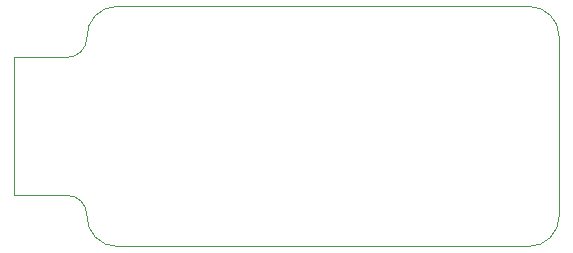
<source format=gm1>
G04 #@! TF.GenerationSoftware,KiCad,Pcbnew,7.0.6*
G04 #@! TF.CreationDate,2024-02-06T23:19:41+01:00*
G04 #@! TF.ProjectId,USB2CANv2,55534232-4341-44e7-9632-2e6b69636164,0_2*
G04 #@! TF.SameCoordinates,Original*
G04 #@! TF.FileFunction,Profile,NP*
%FSLAX46Y46*%
G04 Gerber Fmt 4.6, Leading zero omitted, Abs format (unit mm)*
G04 Created by KiCad (PCBNEW 7.0.6) date 2024-02-06 23:19:41*
%MOMM*%
%LPD*%
G01*
G04 APERTURE LIST*
G04 #@! TA.AperFunction,Profile*
%ADD10C,0.100000*%
G04 #@! TD*
G04 APERTURE END LIST*
D10*
X167129596Y-90019151D02*
X167129596Y-105258080D01*
X167129596Y-90019151D02*
G75*
G03*
X164589596Y-87479151I-2540001J-1D01*
G01*
X129692400Y-87477600D02*
X164589596Y-87479151D01*
X129692400Y-107799631D02*
X164589596Y-107798080D01*
X120998468Y-91798411D02*
X120998468Y-103478820D01*
X125476000Y-91797631D02*
X120998468Y-91798411D01*
X125476000Y-91797631D02*
G75*
G03*
X127152400Y-90121231I0J1676400D01*
G01*
X125476000Y-103479600D02*
X120998468Y-103478820D01*
X127152400Y-105156000D02*
G75*
G03*
X125476000Y-103479600I-1676400J0D01*
G01*
X129692400Y-87477600D02*
G75*
G03*
X127152400Y-90121231I4J-2542035D01*
G01*
X127152400Y-105156000D02*
G75*
G03*
X129692400Y-107799631I2540000J-101600D01*
G01*
X164589596Y-107798080D02*
G75*
G03*
X167129596Y-105258080I0J2540000D01*
G01*
M02*

</source>
